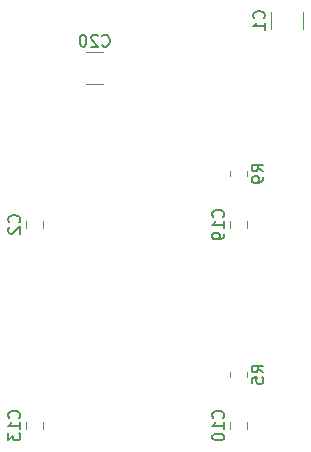
<source format=gbr>
%TF.GenerationSoftware,KiCad,Pcbnew,(6.0.1)*%
%TF.CreationDate,2022-06-01T15:28:07+03:00*%
%TF.ProjectId,Measure,4d656173-7572-4652-9e6b-696361645f70,rev?*%
%TF.SameCoordinates,Original*%
%TF.FileFunction,Legend,Bot*%
%TF.FilePolarity,Positive*%
%FSLAX46Y46*%
G04 Gerber Fmt 4.6, Leading zero omitted, Abs format (unit mm)*
G04 Created by KiCad (PCBNEW (6.0.1)) date 2022-06-01 15:28:07*
%MOMM*%
%LPD*%
G01*
G04 APERTURE LIST*
%ADD10C,0.150000*%
%ADD11C,0.120000*%
G04 APERTURE END LIST*
D10*
%TO.C,C10*%
X169111142Y-100957142D02*
X169158761Y-100909523D01*
X169206380Y-100766666D01*
X169206380Y-100671428D01*
X169158761Y-100528571D01*
X169063523Y-100433333D01*
X168968285Y-100385714D01*
X168777809Y-100338095D01*
X168634952Y-100338095D01*
X168444476Y-100385714D01*
X168349238Y-100433333D01*
X168254000Y-100528571D01*
X168206380Y-100671428D01*
X168206380Y-100766666D01*
X168254000Y-100909523D01*
X168301619Y-100957142D01*
X169206380Y-101909523D02*
X169206380Y-101338095D01*
X169206380Y-101623809D02*
X168206380Y-101623809D01*
X168349238Y-101528571D01*
X168444476Y-101433333D01*
X168492095Y-101338095D01*
X168206380Y-102528571D02*
X168206380Y-102623809D01*
X168254000Y-102719047D01*
X168301619Y-102766666D01*
X168396857Y-102814285D01*
X168587333Y-102861904D01*
X168825428Y-102861904D01*
X169015904Y-102814285D01*
X169111142Y-102766666D01*
X169158761Y-102719047D01*
X169206380Y-102623809D01*
X169206380Y-102528571D01*
X169158761Y-102433333D01*
X169111142Y-102385714D01*
X169015904Y-102338095D01*
X168825428Y-102290476D01*
X168587333Y-102290476D01*
X168396857Y-102338095D01*
X168301619Y-102385714D01*
X168254000Y-102433333D01*
X168206380Y-102528571D01*
%TO.C,C1*%
X172555142Y-67143333D02*
X172602761Y-67095714D01*
X172650380Y-66952857D01*
X172650380Y-66857619D01*
X172602761Y-66714761D01*
X172507523Y-66619523D01*
X172412285Y-66571904D01*
X172221809Y-66524285D01*
X172078952Y-66524285D01*
X171888476Y-66571904D01*
X171793238Y-66619523D01*
X171698000Y-66714761D01*
X171650380Y-66857619D01*
X171650380Y-66952857D01*
X171698000Y-67095714D01*
X171745619Y-67143333D01*
X172650380Y-68095714D02*
X172650380Y-67524285D01*
X172650380Y-67810000D02*
X171650380Y-67810000D01*
X171793238Y-67714761D01*
X171888476Y-67619523D01*
X171936095Y-67524285D01*
%TO.C,R5*%
X172536380Y-97115333D02*
X172060190Y-96782000D01*
X172536380Y-96543904D02*
X171536380Y-96543904D01*
X171536380Y-96924857D01*
X171584000Y-97020095D01*
X171631619Y-97067714D01*
X171726857Y-97115333D01*
X171869714Y-97115333D01*
X171964952Y-97067714D01*
X172012571Y-97020095D01*
X172060190Y-96924857D01*
X172060190Y-96543904D01*
X171536380Y-98020095D02*
X171536380Y-97543904D01*
X172012571Y-97496285D01*
X171964952Y-97543904D01*
X171917333Y-97639142D01*
X171917333Y-97877238D01*
X171964952Y-97972476D01*
X172012571Y-98020095D01*
X172107809Y-98067714D01*
X172345904Y-98067714D01*
X172441142Y-98020095D01*
X172488761Y-97972476D01*
X172536380Y-97877238D01*
X172536380Y-97639142D01*
X172488761Y-97543904D01*
X172441142Y-97496285D01*
%TO.C,C2*%
X151839142Y-84415333D02*
X151886761Y-84367714D01*
X151934380Y-84224857D01*
X151934380Y-84129619D01*
X151886761Y-83986761D01*
X151791523Y-83891523D01*
X151696285Y-83843904D01*
X151505809Y-83796285D01*
X151362952Y-83796285D01*
X151172476Y-83843904D01*
X151077238Y-83891523D01*
X150982000Y-83986761D01*
X150934380Y-84129619D01*
X150934380Y-84224857D01*
X150982000Y-84367714D01*
X151029619Y-84415333D01*
X151029619Y-84796285D02*
X150982000Y-84843904D01*
X150934380Y-84939142D01*
X150934380Y-85177238D01*
X150982000Y-85272476D01*
X151029619Y-85320095D01*
X151124857Y-85367714D01*
X151220095Y-85367714D01*
X151362952Y-85320095D01*
X151934380Y-84748666D01*
X151934380Y-85367714D01*
%TO.C,C13*%
X151839142Y-100957142D02*
X151886761Y-100909523D01*
X151934380Y-100766666D01*
X151934380Y-100671428D01*
X151886761Y-100528571D01*
X151791523Y-100433333D01*
X151696285Y-100385714D01*
X151505809Y-100338095D01*
X151362952Y-100338095D01*
X151172476Y-100385714D01*
X151077238Y-100433333D01*
X150982000Y-100528571D01*
X150934380Y-100671428D01*
X150934380Y-100766666D01*
X150982000Y-100909523D01*
X151029619Y-100957142D01*
X151934380Y-101909523D02*
X151934380Y-101338095D01*
X151934380Y-101623809D02*
X150934380Y-101623809D01*
X151077238Y-101528571D01*
X151172476Y-101433333D01*
X151220095Y-101338095D01*
X150934380Y-102242857D02*
X150934380Y-102861904D01*
X151315333Y-102528571D01*
X151315333Y-102671428D01*
X151362952Y-102766666D01*
X151410571Y-102814285D01*
X151505809Y-102861904D01*
X151743904Y-102861904D01*
X151839142Y-102814285D01*
X151886761Y-102766666D01*
X151934380Y-102671428D01*
X151934380Y-102385714D01*
X151886761Y-102290476D01*
X151839142Y-102242857D01*
%TO.C,C20*%
X158884857Y-69431142D02*
X158932476Y-69478761D01*
X159075333Y-69526380D01*
X159170571Y-69526380D01*
X159313428Y-69478761D01*
X159408666Y-69383523D01*
X159456285Y-69288285D01*
X159503904Y-69097809D01*
X159503904Y-68954952D01*
X159456285Y-68764476D01*
X159408666Y-68669238D01*
X159313428Y-68574000D01*
X159170571Y-68526380D01*
X159075333Y-68526380D01*
X158932476Y-68574000D01*
X158884857Y-68621619D01*
X158503904Y-68621619D02*
X158456285Y-68574000D01*
X158361047Y-68526380D01*
X158122952Y-68526380D01*
X158027714Y-68574000D01*
X157980095Y-68621619D01*
X157932476Y-68716857D01*
X157932476Y-68812095D01*
X157980095Y-68954952D01*
X158551523Y-69526380D01*
X157932476Y-69526380D01*
X157313428Y-68526380D02*
X157218190Y-68526380D01*
X157122952Y-68574000D01*
X157075333Y-68621619D01*
X157027714Y-68716857D01*
X156980095Y-68907333D01*
X156980095Y-69145428D01*
X157027714Y-69335904D01*
X157075333Y-69431142D01*
X157122952Y-69478761D01*
X157218190Y-69526380D01*
X157313428Y-69526380D01*
X157408666Y-69478761D01*
X157456285Y-69431142D01*
X157503904Y-69335904D01*
X157551523Y-69145428D01*
X157551523Y-68907333D01*
X157503904Y-68716857D01*
X157456285Y-68621619D01*
X157408666Y-68574000D01*
X157313428Y-68526380D01*
%TO.C,R9*%
X172536380Y-80097333D02*
X172060190Y-79764000D01*
X172536380Y-79525904D02*
X171536380Y-79525904D01*
X171536380Y-79906857D01*
X171584000Y-80002095D01*
X171631619Y-80049714D01*
X171726857Y-80097333D01*
X171869714Y-80097333D01*
X171964952Y-80049714D01*
X172012571Y-80002095D01*
X172060190Y-79906857D01*
X172060190Y-79525904D01*
X172536380Y-80573523D02*
X172536380Y-80764000D01*
X172488761Y-80859238D01*
X172441142Y-80906857D01*
X172298285Y-81002095D01*
X172107809Y-81049714D01*
X171726857Y-81049714D01*
X171631619Y-81002095D01*
X171584000Y-80954476D01*
X171536380Y-80859238D01*
X171536380Y-80668761D01*
X171584000Y-80573523D01*
X171631619Y-80525904D01*
X171726857Y-80478285D01*
X171964952Y-80478285D01*
X172060190Y-80525904D01*
X172107809Y-80573523D01*
X172155428Y-80668761D01*
X172155428Y-80859238D01*
X172107809Y-80954476D01*
X172060190Y-81002095D01*
X171964952Y-81049714D01*
%TO.C,C19*%
X169111142Y-83939142D02*
X169158761Y-83891523D01*
X169206380Y-83748666D01*
X169206380Y-83653428D01*
X169158761Y-83510571D01*
X169063523Y-83415333D01*
X168968285Y-83367714D01*
X168777809Y-83320095D01*
X168634952Y-83320095D01*
X168444476Y-83367714D01*
X168349238Y-83415333D01*
X168254000Y-83510571D01*
X168206380Y-83653428D01*
X168206380Y-83748666D01*
X168254000Y-83891523D01*
X168301619Y-83939142D01*
X169206380Y-84891523D02*
X169206380Y-84320095D01*
X169206380Y-84605809D02*
X168206380Y-84605809D01*
X168349238Y-84510571D01*
X168444476Y-84415333D01*
X168492095Y-84320095D01*
X169206380Y-85367714D02*
X169206380Y-85558190D01*
X169158761Y-85653428D01*
X169111142Y-85701047D01*
X168968285Y-85796285D01*
X168777809Y-85843904D01*
X168396857Y-85843904D01*
X168301619Y-85796285D01*
X168254000Y-85748666D01*
X168206380Y-85653428D01*
X168206380Y-85462952D01*
X168254000Y-85367714D01*
X168301619Y-85320095D01*
X168396857Y-85272476D01*
X168634952Y-85272476D01*
X168730190Y-85320095D01*
X168777809Y-85367714D01*
X168825428Y-85462952D01*
X168825428Y-85653428D01*
X168777809Y-85748666D01*
X168730190Y-85796285D01*
X168634952Y-85843904D01*
D11*
%TO.C,C10*%
X171169000Y-101338748D02*
X171169000Y-101861252D01*
X169699000Y-101338748D02*
X169699000Y-101861252D01*
%TO.C,C1*%
X173138000Y-66598748D02*
X173138000Y-68021252D01*
X175858000Y-66598748D02*
X175858000Y-68021252D01*
%TO.C,R5*%
X171169000Y-97509064D02*
X171169000Y-97054936D01*
X169699000Y-97509064D02*
X169699000Y-97054936D01*
%TO.C,C2*%
X152427000Y-84320748D02*
X152427000Y-84843252D01*
X153897000Y-84320748D02*
X153897000Y-84843252D01*
%TO.C,C13*%
X153897000Y-101338748D02*
X153897000Y-101861252D01*
X152427000Y-101338748D02*
X152427000Y-101861252D01*
%TO.C,C20*%
X158953252Y-70014000D02*
X157530748Y-70014000D01*
X158953252Y-72734000D02*
X157530748Y-72734000D01*
%TO.C,R9*%
X171169000Y-80491064D02*
X171169000Y-80036936D01*
X169699000Y-80491064D02*
X169699000Y-80036936D01*
%TO.C,C19*%
X169699000Y-84320748D02*
X169699000Y-84843252D01*
X171169000Y-84320748D02*
X171169000Y-84843252D01*
%TD*%
M02*

</source>
